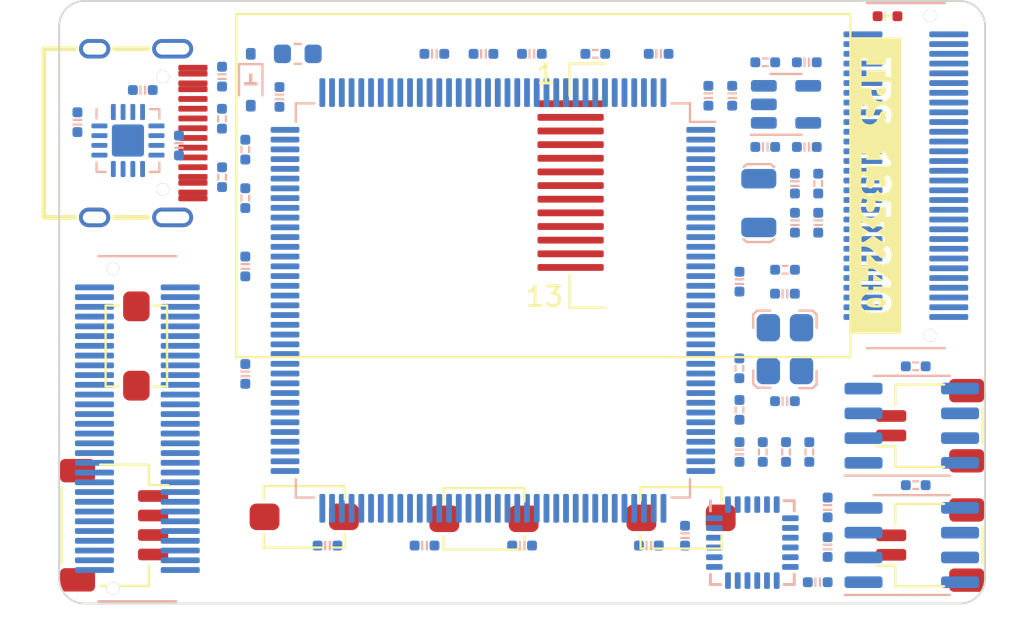
<source format=kicad_pcb>
(kicad_pcb (version 20211014) (generator pcbnew)
  (layers (0 "F.Cu" signal) (1 "In1.Cu" signal) (2 "In2.Cu" signal) (31 "B.Cu" signal) (34 "B.Paste" user) (35 "F.Paste" user) (36 "B.SilkS" user "B.Silkscreen") (37 "F.SilkS" user "F.Silkscreen") (38 "B.Mask" user) (39 "F.Mask" user) (44 "Edge.Cuts" user))
  (net 0 "")
  (net 1 "+3.3V")
  (net 2 "GND")
  (net 3 "+5VA")
  (net 4 "+5V")
  (net 5 "Net-(C8-Pad1)")
  (net 6 "/OSC32_OUT")
  (net 7 "/OSC32_IN")
  (net 8 "/RST")
  (net 9 "/OSC_IN")
  (net 10 "GNDA")
  (net 11 "+3.3VA")
  (net 12 "/IPS_SDA")
  (net 13 "/IPS_SCL")
  (net 14 "/IPS_DC")
  (net 15 "/IPS_RES")
  (net 16 "/IPS_CS")
  (net 17 "Net-(J2-PadA5)")
  (net 18 "/USB_P")
  (net 19 "/USB_N")
  (net 21 "Net-(J2-PadB5)")
  (net 23 "/SWCLK")
  (net 24 "/SWDIO")
  (net 25 "/UART1_TX")
  (net 26 "/UART1_RX")
  (net 27 "/SERVO")
  (net 28 "/PH2")
  (net 29 "/PC11")
  (net 30 "/PC10")
  (net 31 "/PD0")
  (net 32 "/PD1")
  (net 33 "/PD3")
  (net 34 "/PG9")
  (net 35 "/PG10")
  (net 36 "/PG11")
  (net 37 "/PG12")
  (net 38 "/PG13")
  (net 39 "/PG14")
  (net 40 "/PG15")
  (net 41 "/PB3")
  (net 42 "/1LSB")
  (net 43 "/1DIR")
  (net 44 "/CAN1_H")
  (net 45 "/PE0")
  (net 46 "/CAN1_L")
  (net 47 "/PE2")
  (net 48 "/PE1")
  (net 49 "/PE3")
  (net 50 "/PE4")
  (net 51 "/TOF_SCL")
  (net 52 "/TOF_SDA")
  (net 53 "/PC13")
  (net 54 "/PF0")
  (net 55 "/PF1")
  (net 56 "/PF2")
  (net 57 "/PF3")
  (net 58 "/PF4")
  (net 59 "/PF5")
  (net 60 "/PF6")
  (net 61 "/PF7")
  (net 62 "/PF8")
  (net 63 "/PF9")
  (net 64 "/PF10")
  (net 65 "/AUX_SCL")
  (net 66 "/AUX_SDA")
  (net 67 "/CAM_TXD")
  (net 68 "/CAM_PLCK")
  (net 69 "/CAM_VSYNC")
  (net 70 "/CAM_RXD")
  (net 71 "/CAM_D1")
  (net 72 "/CAM_D0")
  (net 73 "/CAM_D3")
  (net 74 "/CAM_D2")
  (net 75 "/CAM_D5")
  (net 76 "/CAM_D4")
  (net 77 "/CAM_D7")
  (net 78 "/CAM_D6")
  (net 79 "/ELEMAG1")
  (net 80 "/2PWM")
  (net 81 "/ELEMAG2")
  (net 82 "/2DIR")
  (net 83 "/ELEMAG3")
  (net 84 "/1PWM")
  (net 85 "/ELEMAG4")
  (net 86 "/ELEMAG5")
  (net 87 "/ADC_DIS")
  (net 88 "/PC5")
  (net 89 "/ADC_VBAT")
  (net 90 "/PB1")
  (net 91 "/PB0")
  (net 92 "/PF11")
  (net 93 "/PB2-BOOT1")
  (net 94 "/PF13")
  (net 95 "/PF12")
  (net 96 "/PF15")
  (net 97 "/PF14")
  (net 98 "/PE10")
  (net 99 "/PE9")
  (net 100 "/MAPLE_CLK")
  (net 101 "/MAPLE_CS")
  (net 102 "/MAPLE_MISO")
  (net 103 "/CAN2_L")
  (net 104 "/MAPLE_MOSI")
  (net 105 "/CAN2_H")
  (net 106 "/PB10")
  (net 107 "/PE15")
  (net 108 "/PB14")
  (net 109 "/PB11")
  (net 110 "/PD8")
  (net 111 "/PB15")
  (net 112 "/PD10")
  (net 113 "/PD9")
  (net 114 "/2LSB")
  (net 115 "/PD11")
  (net 116 "/PD15")
  (net 117 "/ENCODER_A")
  (net 118 "/KEY_CENTER")
  (net 119 "/PC8")
  (net 120 "/ENCODER_B")
  (net 121 "/PA8")
  (net 122 "/PC9")
  (net 123 "/PA10")
  (net 124 "/PA9")
  (net 125 "/OSC_OUT")
  (net 126 "/IMU_SCL")
  (net 127 "/IMU_SDA")
  (net 135 "/CAN1_D")
  (net 136 "/CAN1_R")
  (net 137 "/CAN2_D")
  (net 138 "/CAN2_R")
  (net 142 "/LEDK")
  (net 143 "Net-(C5-Pad1)")
  (net 144 "Net-(D1-Pad1)")
  (net 145 "Net-(D2-Pad1)")
  (net 146 "Net-(C25-Pad1)")
  (net 147 "Net-(C30-Pad1)")
  (net 148 "Net-(C31-Pad1)")
  (net 165 "Net-(R7-Pad2)")
  (net 166 "Net-(R10-Pad1)")
  (net 167 "Net-(R11-Pad1)")
  (footprint "ErBW_s:USB-Type-C_SMD_16P" (layer "F.Cu") (at 70.3326 119.7356 -90)
    (property "Reference" "J?")
    (property "Value" "USB-Type-C")
    (fp_text reference "J2" hide)
    (fp_text value "USB-Type-C")
  )
  (footprint "ErBW_s:BUTTON_3x4" (layer "F.Cu") (at 69.9516 130.6576 90)
    (fp_text reference "SW1" hide)
    (fp_text value "3x4")
  )
  (footprint "ErBW_s:IPS114" (layer "F.Cu") (at 92.2274 122.428)
    (fp_text reference "J1" hide)
    (fp_text value "IPS114")
  )
  (footprint "ErBW_s:LED_0402" (layer "F.Cu") (at 108.4834 113.7412)
    (fp_text reference "D2" hide)
    (fp_text value "GREEN")
  )
  (footprint "ErBW_s:BUTTON_3x4" (layer "F.Cu") (at 78.5622 139.4206)
    (fp_text reference "SW2" hide)
    (fp_text value "3x4")
  )
  (footprint "Connector_JST:JST_SH_SM02B-SRSS-TB_1x02-1MP_P1.00mm_Horizontal" (layer "F.Cu") (at 110.6678 134.747 90)
    (property "Reference" "J?")
    (property "Value" "SH1.0_2P")
    (fp_text reference "J6" hide)
    (fp_text value "SH1.0_2P")
  )
  (footprint "kibuzzard-63A84400" (layer "F.Cu") (at 107.8992 122.428 -90)
    (fp_text reference "kibuzzard-63A84400" hide)
    (fp_text value "G***" hide)
  )
  (footprint "Connector_JST:JST_SH_SM02B-SRSS-TB_1x02-1MP_P1.00mm_Horizontal" (layer "F.Cu") (at 110.6678 140.8684 90)
    (fp_text reference "J7" hide)
    (fp_text value "SH1.0_2P")
  )
  (footprint "ErBW_s:BUTTON_3x4" (layer "F.Cu") (at 97.8916 139.4714)
    (fp_text reference "SW3" hide)
    (fp_text value "3x4")
  )
  (footprint "Connector_JST:JST_SH_SM04B-SRSS-TB_1x04-1MP_P1.00mm_Horizontal" (layer "F.Cu") (at 68.8086 139.8524 -90)
    (fp_text reference "J5" hide)
    (fp_text value "SH1.0_4P")
  )
  (footprint "ErBW_s:BUTTON_3x4" (layer "F.Cu") (at 87.7824 139.5222)
    (fp_text reference "SW4" hide)
    (fp_text value "3x4")
  )
  (footprint "ErBW_s:R_0402" (layer "B.Cu") (at 109.9312 131.699)
    (fp_text reference "R8" hide)
    (fp_text value "120R")
  )
  (footprint "ErBW_s:R_0402" (layer "B.Cu") (at 109.9312 137.795)
    (fp_text reference "R9" hide)
    (fp_text value "120R")
  )
  (footprint "ErBW_s:C_0402" (layer "B.Cu") (at 72.136 120.3706 -90)
    (fp_text reference "C8" hide)
    (fp_text value "100nF")
  )
  (footprint "ErBW_s:C_0402" (layer "B.Cu") (at 79.756 140.8938 180)
    (fp_text reference "C19" hide)
    (fp_text value "100nF")
  )
  (footprint "ErBW_s:R_0402" (layer "B.Cu") (at 104.9274 122.3264 -90)
    (fp_text reference "R12" hide)
    (fp_text value "10K")
  )
  (footprint "ErBW_s:C_0402" (layer "B.Cu") (at 98.0948 140.3858 90)
    (fp_text reference "C30" hide)
    (fp_text value "2.2nF")
  )
  (footprint "ErBW_s:R_0402" (layer "B.Cu") (at 100.8888 133.9342 90)
    (fp_text reference "R2" hide)
    (fp_text value "0R")
  )
  (footprint "ErBW_s:C_0402" (layer "B.Cu") (at 104.3432 120.4468)
    (fp_text reference "C1" hide)
    (fp_text value "100nF")
  )
  (footprint "ErBW_s:C_0402" (layer "B.Cu") (at 84.7344 140.8938 180)
    (fp_text reference "C13" hide)
    (fp_text value "100nF")
  )
  (footprint "ErBW_s:R_0402" (layer "B.Cu") (at 100.883 131.8006 -90)
    (fp_text reference "R13" hide)
    (fp_text value "510R")
  )
  (footprint "ErBW_s:C_0402" (layer "B.Cu") (at 85.236601 115.6716)
    (fp_text reference "C11" hide)
    (fp_text value "100nF")
  )
  (footprint "ErBW_s:C_0402" (layer "B.Cu") (at 105.41 138.938 -90)
    (fp_text reference "C28" hide)
    (fp_text value "10nF")
  )
  (footprint "Fuse:Fuse_0603_1608Metric" (layer "B.Cu") (at 78.232 115.6716)
    (fp_text reference "F1" hide)
    (fp_text value "500mA")
  )
  (footprint "ErBW_s:C_0402" (layer "B.Cu") (at 100.8888 127.3556 -90)
    (fp_text reference "C14" hide)
    (fp_text value "100nF")
  )
  (footprint "ErBW_s:C_0402" (layer "B.Cu") (at 96.7428 115.6716)
    (fp_text reference "C21" hide)
    (fp_text value "100nF")
  )
  (footprint "Package_DFN_QFN:QFN-16-1EP_3x3mm_P0.5mm_EP1.7x1.7mm" (layer "B.Cu") (at 69.5198 120.1166 -90)
    (property "Reference" "U?")
    (property "Value" "CH343P")
    (fp_text reference "U2" hide)
    (fp_text value "CH343P")
  )
  (footprint "Sensor_Motion:InvenSense_QFN-24_4x4mm_P0.5mm" (layer "B.Cu") (at 101.5492 140.7414 -90)
    (fp_text reference "U6" hide)
    (fp_text value "MPU-6050")
  )
  (footprint "ErBW_s:C_0402" (layer "B.Cu") (at 104.9274 124.333 -90)
    (fp_text reference "C24" hide)
    (fp_text value "100nF")
  )
  (footprint "ErBW_s:BTB_Connector_02x30" (layer "B.Cu") (at 70.0024 134.8994)
    (fp_text reference "J4" hide)
    (fp_text value "BTB_02x30")
  )
  (footprint "Package_SO:SOIC-8_3.9x4.9mm_P1.27mm" (layer "B.Cu") (at 109.728 140.8684)
    (fp_text reference "U4" hide)
    (fp_text value "SN65HVD232")
  )
  (footprint "ErBW_s:Crystal_SMD_3225_4P" (layer "B.Cu") (at 103.2198 130.819 90)
    (fp_text reference "Y2" hide)
    (fp_text value "8MHz")
  )
  (footprint "ErBW_s:R_0402" (layer "B.Cu") (at 104.4702 136.0932 -90)
    (fp_text reference "R14" hide)
    (fp_text value "4.7K")
  )
  (footprint "ErBW_s:C_0402" (layer "B.Cu") (at 66.929 119.1768 -90)
    (fp_text reference "C6" hide)
    (fp_text value "100nF")
  )
  (footprint "ErBW_s:R_0402" (layer "B.Cu") (at 75.5396 123.071999 -90)
    (fp_text reference "R11" hide)
    (fp_text value "22R")
  )
  (footprint "ErBW_s:BTB_Connector_02x30" (layer "B.Cu") (at 109.4232 121.92 180)
    (fp_text reference "J3" hide)
    (fp_text value "BTB_02x30")
  )
  (footprint "ErBW_s:C_0402" (layer "B.Cu") (at 75.5396 126.5772 90)
    (fp_text reference "C16" hide)
    (fp_text value "100nF")
  )
  (footprint "ErBW_s:C_0402" (layer "B.Cu") (at 77.2922 117.8814 -90)
    (fp_text reference "C20" hide)
    (fp_text value "100nF")
  )
  (footprint "ErBW_s:C_0402" (layer "B.Cu") (at 74.3458 116.84 -90)
    (fp_text reference "C9" hide)
    (fp_text value "100nF")
  )
  (footprint "Package_QFP:LQFP-144_20x20mm_P0.5mm" (layer "B.Cu") (at 88.2396 128.3208 180)
    (fp_text reference "U5" hide)
    (fp_text value "MM32F5277E9P")
  )
  (footprint "ErBW_s:C_0402" (layer "B.Cu") (at 105.41 140.97 -90)
    (fp_text reference "C31" hide)
    (fp_text value "100nF")
  )
  (footprint "ErBW_s:C_0402" (layer "B.Cu") (at 104.902 142.7734 180)
    (fp_text reference "C29" hide)
    (fp_text value "100nF")
  )
  (footprint "ErBW_s:Crystal_SMD_3215_FC-135_2P" (layer "B.Cu") (at 101.8794 123.326 -90)
    (fp_text reference "Y1" hide)
    (fp_text value "32.768KHz")
  )
  (footprint "ErBW_s:C_0402" (layer "B.Cu") (at 96.2406 140.8938 180)
    (fp_text reference "C17" hide)
    (fp_text value "100nF")
  )
  (footprint "ErBW_s:C_0402" (layer "B.Cu") (at 100.5133 117.8204 90)
    (fp_text reference "C4" hide)
    (fp_text value "100nF")
  )
  (footprint "ErBW_s:R_0402" (layer "B.Cu") (at 102.0826 136.0932 90)
    (fp_text reference "R3" hide)
    (fp_text value "0R")
  )
  (footprint "ErBW_s:C_0402" (layer "B.Cu") (at 103.2198 133.486)
    (fp_text reference "C25" hide)
    (fp_text value "18pF")
  )
  (footprint "Package_TO_SOT_SMD:SOT-23-5" (layer "B.Cu") (at 103.2764 118.2624)
    (fp_text reference "U1" hide)
    (fp_text value "RT9013-33GB")
  )
  (footprint "ErBW_s:SOD-323" (layer "B.Cu") (at 75.819 117.0006 90)
    (fp_text reference "D1" hide)
    (fp_text value "1N5819")
  )
  (footprint "ErBW_s:C_0402" (layer "B.Cu") (at 75.5396 132.089 90)
    (fp_text reference "C12" hide)
    (fp_text value "100nF")
  )
  (footprint "ErBW_s:C_0402" (layer "B.Cu") (at 103.7336 122.3264 -90)
    (fp_text reference "C23" hide)
    (fp_text value "18pF")
  )
  (footprint "ErBW_s:C_0402" (layer "B.Cu") (at 103.2198 127.9742 180)
    (fp_text reference "C26" hide)
    (fp_text value "18pF")
  )
  (footprint "ErBW_s:C_0402" (layer "B.Cu") (at 89.7382 140.8938 180)
    (fp_text reference "C18" hide)
    (fp_text value "100nF")
  )
  (footprint "ErBW_s:C_0402" (layer "B.Cu") (at 100.8888 136.0932 -90)
    (fp_text reference "C27" hide)
    (fp_text value "100nF")
  )
  (footprint "ErBW_s:R_0402" (layer "B.Cu") (at 74.3415 118.999 -90)
    (fp_text reference "R4" hide)
    (fp_text value "5.1K")
  )
  (footprint "ErBW_s:C_0402" (layer "B.Cu") (at 99.2941 117.8204 90)
    (fp_text reference "C3" hide)
    (fp_text value "10uF")
  )
  (footprint "ErBW_s:C_0402" (layer "B.Cu") (at 70.2818 117.5258)
    (fp_text reference "C7" hide)
    (fp_text value "100nF")
  )
  (footprint "ErBW_s:R_0402" (layer "B.Cu") (at 75.5396 120.5828 90)
    (fp_text reference "R10" hide)
    (fp_text value "22R")
  )
  (footprint "ErBW_s:R_0402" (layer "B.Cu") (at 103.2256 126.746 180)
    (fp_text reference "R1" hide)
    (fp_text value "5.1K")
  )
  (footprint "ErBW_s:R_0402" (layer "B.Cu") (at 74.3458 121.9962 -90)
    (fp_text reference "R6" hide)
    (fp_text value "5.1K")
  )
  (footprint "ErBW_s:R_0402" (layer "B.Cu") (at 102.2096 116.1034 180)
    (fp_text reference "R5" hide)
    (fp_text value "4.7K")
  )
  (footprint "ErBW_s:R_0402" (layer "B.Cu") (at 103.2764 136.0932 -90)
    (fp_text reference "R15" hide)
    (fp_text value "4.7K")
  )
  (footprint "ErBW_s:C_0402" (layer "B.Cu") (at 103.7336 124.333 90)
    (fp_text reference "C22" hide)
    (fp_text value "18pF")
  )
  (footprint "Package_SO:SOIC-8_3.9x4.9mm_P1.27mm" (layer "B.Cu") (at 109.728 134.747)
    (fp_text reference "U3" hide)
    (fp_text value "SN65HVD232")
  )
  (footprint "ErBW_s:C_0402" (layer "B.Cu") (at 87.757 115.6716 180)
    (fp_text reference "C10" hide)
    (fp_text value "1uF")
  )
  (footprint "ErBW_s:R_0402" (layer "B.Cu") (at 93.491601 115.6716)
    (fp_text reference "R7" hide)
    (fp_text value "10K")
  )
  (footprint "ErBW_s:C_0402" (layer "B.Cu") (at 102.2096 120.4468 180)
    (fp_text reference "C2" hide)
    (fp_text value "10uF")
  )
  (footprint "ErBW_s:C_0402" (layer "B.Cu") (at 104.3432 116.1034 180)
    (fp_text reference "C5" hide)
    (fp_text value "10nF")
  )
  (footprint "ErBW_s:C_0402" (layer "B.Cu") (at 90.240401 115.6716)
    (fp_text reference "C15" hide)
    (fp_text value "100nF")
  )
  (gr_arc (start 67.2846 143.8656) (mid 66.368614 143.486186) (end 65.9892 142.5702) (layer "Edge.Cuts") (width 0.1))
  (gr_line (start 112.1918 143.8656) (end 67.2846 143.8656) (layer "Edge.Cuts") (width 0.1))
  (gr_line (start 113.4872 114.2542) (end 113.4872 142.5702) (layer "Edge.Cuts") (width 0.1))
  (gr_arc (start 65.9892 114.2542) (mid 66.368614 113.338214) (end 67.2846 112.9588) (layer "Edge.Cuts") (width 0.1))
  (gr_line (start 65.9892 142.5702) (end 65.9892 114.2542) (layer "Edge.Cuts") (width 0.1))
  (gr_arc (start 112.1918 112.9588) (mid 113.107786 113.338214) (end 113.4872 114.2542) (layer "Edge.Cuts") (width 0.1))
  (gr_line (start 67.2846 112.9588) (end 112.1918 112.9588) (layer "Edge.Cuts") (width 0.1))
  (gr_arc (start 113.4872 142.5702) (mid 113.107786 143.486186) (end 112.1918 143.8656) (layer "Edge.Cuts") (width 0.1))
)
</source>
